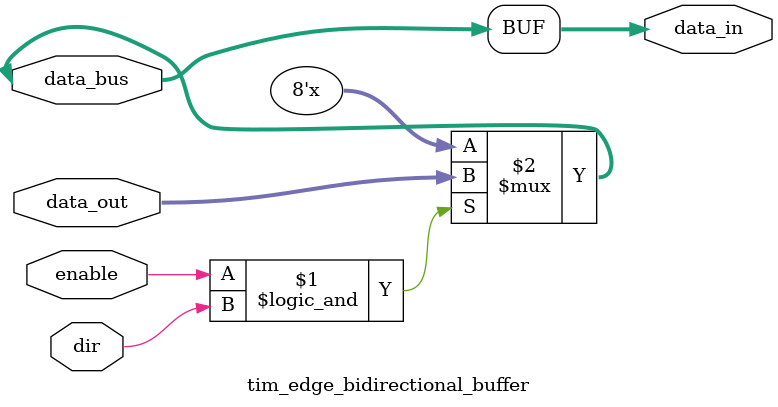
<source format=sv>

module tim_edge_bidirectional_buffer (
  input wire enable,
  input wire dir,          // 0=input, 1=output
  inout wire [7:0] data_bus,
  input wire [7:0] data_out,
  output logic [7:0] data_in
);

  // Tristate buffer for bidirectional bus
  // This looks like a loop but isn't (due to tristate)
  assign data_bus = (enable && dir) ? data_out : 8'hzz;
  assign data_in = data_bus;

endmodule


</source>
